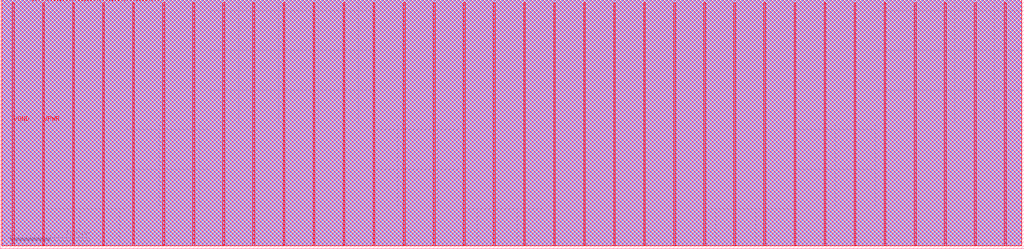
<source format=lef>
VERSION 5.8 ;
BUSBITCHARS "[]" ;
DIVIDERCHAR "/" ;
UNITS
    DATABASE MICRONS 1000 ;
END UNITS

VIA tt_um_urish_spell_via1_2_2200_440_1_5_410_410
  VIARULE via1Array ;
  CUTSIZE 0.19 0.19 ;
  LAYERS Metal1 Via1 Metal2 ;
  CUTSPACING 0.22 0.22 ;
  ENCLOSURE 0.01 0.125 0.05 0.005 ;
  ROWCOL 1 5 ;
END tt_um_urish_spell_via1_2_2200_440_1_5_410_410

VIA tt_um_urish_spell_via2_3_2200_440_1_5_410_410
  VIARULE via2Array ;
  CUTSIZE 0.19 0.19 ;
  LAYERS Metal2 Via2 Metal3 ;
  CUTSPACING 0.22 0.22 ;
  ENCLOSURE 0.05 0.005 0.005 0.05 ;
  ROWCOL 1 5 ;
END tt_um_urish_spell_via2_3_2200_440_1_5_410_410

VIA tt_um_urish_spell_via3_4_2200_440_1_5_410_410
  VIARULE via3Array ;
  CUTSIZE 0.19 0.19 ;
  LAYERS Metal3 Via3 Metal4 ;
  CUTSPACING 0.22 0.22 ;
  ENCLOSURE 0.005 0.05 0.05 0.005 ;
  ROWCOL 1 5 ;
END tt_um_urish_spell_via3_4_2200_440_1_5_410_410

VIA tt_um_urish_spell_via4_5_2200_440_1_5_410_410
  VIARULE via4Array ;
  CUTSIZE 0.19 0.19 ;
  LAYERS Metal4 Via4 Metal5 ;
  CUTSPACING 0.22 0.22 ;
  ENCLOSURE 0.05 0.005 0.185 0.05 ;
  ROWCOL 1 5 ;
END tt_um_urish_spell_via4_5_2200_440_1_5_410_410

MACRO tt_um_urish_spell
  FOREIGN tt_um_urish_spell 0 0 ;
  CLASS BLOCK ;
  SIZE 1287.36 BY 313.74 ;
  PIN clk
    DIRECTION INPUT ;
    USE SIGNAL ;
    PORT
      LAYER Metal5 ;
        RECT  198.57 312.74 198.87 313.74 ;
    END
  END clk
  PIN ena
    DIRECTION INPUT ;
    USE SIGNAL ;
    PORT
      LAYER Metal5 ;
        RECT  202.41 312.74 202.71 313.74 ;
    END
  END ena
  PIN rst_n
    DIRECTION INPUT ;
    USE SIGNAL ;
    PORT
      LAYER Metal5 ;
        RECT  194.73 312.74 195.03 313.74 ;
    END
  END rst_n
  PIN ui_in[0]
    DIRECTION INPUT ;
    USE SIGNAL ;
    PORT
      LAYER Metal5 ;
        RECT  190.89 312.74 191.19 313.74 ;
    END
  END ui_in[0]
  PIN ui_in[1]
    DIRECTION INPUT ;
    USE SIGNAL ;
    PORT
      LAYER Metal5 ;
        RECT  187.05 312.74 187.35 313.74 ;
    END
  END ui_in[1]
  PIN ui_in[2]
    DIRECTION INPUT ;
    USE SIGNAL ;
    PORT
      LAYER Metal5 ;
        RECT  183.21 312.74 183.51 313.74 ;
    END
  END ui_in[2]
  PIN ui_in[3]
    DIRECTION INPUT ;
    USE SIGNAL ;
    PORT
      LAYER Metal5 ;
        RECT  179.37 312.74 179.67 313.74 ;
    END
  END ui_in[3]
  PIN ui_in[4]
    DIRECTION INPUT ;
    USE SIGNAL ;
    PORT
      LAYER Metal5 ;
        RECT  175.53 312.74 175.83 313.74 ;
    END
  END ui_in[4]
  PIN ui_in[5]
    DIRECTION INPUT ;
    USE SIGNAL ;
    PORT
      LAYER Metal5 ;
        RECT  171.69 312.74 171.99 313.74 ;
    END
  END ui_in[5]
  PIN ui_in[6]
    DIRECTION INPUT ;
    USE SIGNAL ;
    PORT
      LAYER Metal5 ;
        RECT  167.85 312.74 168.15 313.74 ;
    END
  END ui_in[6]
  PIN ui_in[7]
    DIRECTION INPUT ;
    USE SIGNAL ;
    PORT
      LAYER Metal5 ;
        RECT  164.01 312.74 164.31 313.74 ;
    END
  END ui_in[7]
  PIN uio_in[0]
    DIRECTION INPUT ;
    USE SIGNAL ;
    PORT
      LAYER Metal5 ;
        RECT  160.17 312.74 160.47 313.74 ;
    END
  END uio_in[0]
  PIN uio_in[1]
    DIRECTION INPUT ;
    USE SIGNAL ;
    PORT
      LAYER Metal5 ;
        RECT  156.33 312.74 156.63 313.74 ;
    END
  END uio_in[1]
  PIN uio_in[2]
    DIRECTION INPUT ;
    USE SIGNAL ;
    PORT
      LAYER Metal5 ;
        RECT  152.49 312.74 152.79 313.74 ;
    END
  END uio_in[2]
  PIN uio_in[3]
    DIRECTION INPUT ;
    USE SIGNAL ;
    PORT
      LAYER Metal5 ;
        RECT  148.65 312.74 148.95 313.74 ;
    END
  END uio_in[3]
  PIN uio_in[4]
    DIRECTION INPUT ;
    USE SIGNAL ;
    PORT
      LAYER Metal5 ;
        RECT  144.81 312.74 145.11 313.74 ;
    END
  END uio_in[4]
  PIN uio_in[5]
    DIRECTION INPUT ;
    USE SIGNAL ;
    PORT
      LAYER Metal5 ;
        RECT  140.97 312.74 141.27 313.74 ;
    END
  END uio_in[5]
  PIN uio_in[6]
    DIRECTION INPUT ;
    USE SIGNAL ;
    PORT
      LAYER Metal5 ;
        RECT  137.13 312.74 137.43 313.74 ;
    END
  END uio_in[6]
  PIN uio_in[7]
    DIRECTION INPUT ;
    USE SIGNAL ;
    PORT
      LAYER Metal5 ;
        RECT  133.29 312.74 133.59 313.74 ;
    END
  END uio_in[7]
  PIN uio_oe[0]
    DIRECTION OUTPUT ;
    USE SIGNAL ;
    PORT
      LAYER Metal5 ;
        RECT  68.01 312.74 68.31 313.74 ;
    END
  END uio_oe[0]
  PIN uio_oe[1]
    DIRECTION OUTPUT ;
    USE SIGNAL ;
    PORT
      LAYER Metal5 ;
        RECT  64.17 312.74 64.47 313.74 ;
    END
  END uio_oe[1]
  PIN uio_oe[2]
    DIRECTION OUTPUT ;
    USE SIGNAL ;
    PORT
      LAYER Metal5 ;
        RECT  60.33 312.74 60.63 313.74 ;
    END
  END uio_oe[2]
  PIN uio_oe[3]
    DIRECTION OUTPUT ;
    USE SIGNAL ;
    PORT
      LAYER Metal5 ;
        RECT  56.49 312.74 56.79 313.74 ;
    END
  END uio_oe[3]
  PIN uio_oe[4]
    DIRECTION OUTPUT ;
    USE SIGNAL ;
    PORT
      LAYER Metal5 ;
        RECT  52.65 312.74 52.95 313.74 ;
    END
  END uio_oe[4]
  PIN uio_oe[5]
    DIRECTION OUTPUT ;
    USE SIGNAL ;
    PORT
      LAYER Metal5 ;
        RECT  48.81 312.74 49.11 313.74 ;
    END
  END uio_oe[5]
  PIN uio_oe[6]
    DIRECTION OUTPUT ;
    USE SIGNAL ;
    PORT
      LAYER Metal5 ;
        RECT  44.97 312.74 45.27 313.74 ;
    END
  END uio_oe[6]
  PIN uio_oe[7]
    DIRECTION OUTPUT ;
    USE SIGNAL ;
    PORT
      LAYER Metal5 ;
        RECT  41.13 312.74 41.43 313.74 ;
    END
  END uio_oe[7]
  PIN uio_out[0]
    DIRECTION OUTPUT ;
    USE SIGNAL ;
    PORT
      LAYER Metal5 ;
        RECT  98.73 312.74 99.03 313.74 ;
    END
  END uio_out[0]
  PIN uio_out[1]
    DIRECTION OUTPUT ;
    USE SIGNAL ;
    PORT
      LAYER Metal5 ;
        RECT  94.89 312.74 95.19 313.74 ;
    END
  END uio_out[1]
  PIN uio_out[2]
    DIRECTION OUTPUT ;
    USE SIGNAL ;
    PORT
      LAYER Metal5 ;
        RECT  91.05 312.74 91.35 313.74 ;
    END
  END uio_out[2]
  PIN uio_out[3]
    DIRECTION OUTPUT ;
    USE SIGNAL ;
    PORT
      LAYER Metal5 ;
        RECT  87.21 312.74 87.51 313.74 ;
    END
  END uio_out[3]
  PIN uio_out[4]
    DIRECTION OUTPUT ;
    USE SIGNAL ;
    PORT
      LAYER Metal5 ;
        RECT  83.37 312.74 83.67 313.74 ;
    END
  END uio_out[4]
  PIN uio_out[5]
    DIRECTION OUTPUT ;
    USE SIGNAL ;
    PORT
      LAYER Metal5 ;
        RECT  79.53 312.74 79.83 313.74 ;
    END
  END uio_out[5]
  PIN uio_out[6]
    DIRECTION OUTPUT ;
    USE SIGNAL ;
    PORT
      LAYER Metal5 ;
        RECT  75.69 312.74 75.99 313.74 ;
    END
  END uio_out[6]
  PIN uio_out[7]
    DIRECTION OUTPUT ;
    USE SIGNAL ;
    PORT
      LAYER Metal5 ;
        RECT  71.85 312.74 72.15 313.74 ;
    END
  END uio_out[7]
  PIN uo_out[0]
    DIRECTION OUTPUT ;
    USE SIGNAL ;
    PORT
      LAYER Metal5 ;
        RECT  129.45 312.74 129.75 313.74 ;
    END
  END uo_out[0]
  PIN uo_out[1]
    DIRECTION OUTPUT ;
    USE SIGNAL ;
    PORT
      LAYER Metal5 ;
        RECT  125.61 312.74 125.91 313.74 ;
    END
  END uo_out[1]
  PIN uo_out[2]
    DIRECTION OUTPUT ;
    USE SIGNAL ;
    PORT
      LAYER Metal5 ;
        RECT  121.77 312.74 122.07 313.74 ;
    END
  END uo_out[2]
  PIN uo_out[3]
    DIRECTION OUTPUT ;
    USE SIGNAL ;
    PORT
      LAYER Metal5 ;
        RECT  117.93 312.74 118.23 313.74 ;
    END
  END uo_out[3]
  PIN uo_out[4]
    DIRECTION OUTPUT ;
    USE SIGNAL ;
    PORT
      LAYER Metal5 ;
        RECT  114.09 312.74 114.39 313.74 ;
    END
  END uo_out[4]
  PIN uo_out[5]
    DIRECTION OUTPUT ;
    USE SIGNAL ;
    PORT
      LAYER Metal5 ;
        RECT  110.25 312.74 110.55 313.74 ;
    END
  END uo_out[5]
  PIN uo_out[6]
    DIRECTION OUTPUT ;
    USE SIGNAL ;
    PORT
      LAYER Metal5 ;
        RECT  106.41 312.74 106.71 313.74 ;
    END
  END uo_out[6]
  PIN uo_out[7]
    DIRECTION OUTPUT ;
    USE SIGNAL ;
    PORT
      LAYER Metal5 ;
        RECT  102.57 312.74 102.87 313.74 ;
    END
  END uo_out[7]
  PIN VGND
    DIRECTION INOUT ;
    USE GROUND ;
    PORT
      LAYER Metal5 ;
        RECT  1224.98 3.56 1227.18 310.18 ;
        RECT  1149.38 3.56 1151.58 310.18 ;
        RECT  1073.78 3.56 1075.98 310.18 ;
        RECT  998.18 3.56 1000.38 310.18 ;
        RECT  922.58 3.56 924.78 310.18 ;
        RECT  846.98 3.56 849.18 310.18 ;
        RECT  771.38 3.56 773.58 310.18 ;
        RECT  695.78 3.56 697.98 310.18 ;
        RECT  620.18 3.56 622.38 310.18 ;
        RECT  544.58 3.56 546.78 310.18 ;
        RECT  468.98 3.56 471.18 310.18 ;
        RECT  393.38 3.56 395.58 310.18 ;
        RECT  317.78 3.56 319.98 310.18 ;
        RECT  242.18 3.56 244.38 310.18 ;
        RECT  166.58 3.56 168.78 310.18 ;
        RECT  90.98 3.56 93.18 310.18 ;
        RECT  15.38 3.56 17.58 310.18 ;
    END
  END VGND
  PIN VPWR
    DIRECTION INOUT ;
    USE POWER ;
    PORT
      LAYER Metal5 ;
        RECT  1262.78 3.56 1264.98 310.18 ;
        RECT  1187.18 3.56 1189.38 310.18 ;
        RECT  1111.58 3.56 1113.78 310.18 ;
        RECT  1035.98 3.56 1038.18 310.18 ;
        RECT  960.38 3.56 962.58 310.18 ;
        RECT  884.78 3.56 886.98 310.18 ;
        RECT  809.18 3.56 811.38 310.18 ;
        RECT  733.58 3.56 735.78 310.18 ;
        RECT  657.98 3.56 660.18 310.18 ;
        RECT  582.38 3.56 584.58 310.18 ;
        RECT  506.78 3.56 508.98 310.18 ;
        RECT  431.18 3.56 433.38 310.18 ;
        RECT  355.58 3.56 357.78 310.18 ;
        RECT  279.98 3.56 282.18 310.18 ;
        RECT  204.38 3.56 206.58 310.18 ;
        RECT  128.78 3.56 130.98 310.18 ;
        RECT  53.18 3.56 55.38 310.18 ;
    END
  END VPWR
  OBS
    LAYER Metal1 ;
     RECT  1.775 3.56 1284.48 313.74 ;
    LAYER Metal2 ;
     RECT  1.775 3.56 1284.48 313.74 ;
    LAYER Metal3 ;
     RECT  1.775 3.56 1284.48 313.74 ;
    LAYER Metal4 ;
     RECT  1.775 3.56 1284.48 313.74 ;
    LAYER Metal5 ;
     RECT  1.775 3.56 1284.48 313.74 ;
  END
END tt_um_urish_spell
END LIBRARY

</source>
